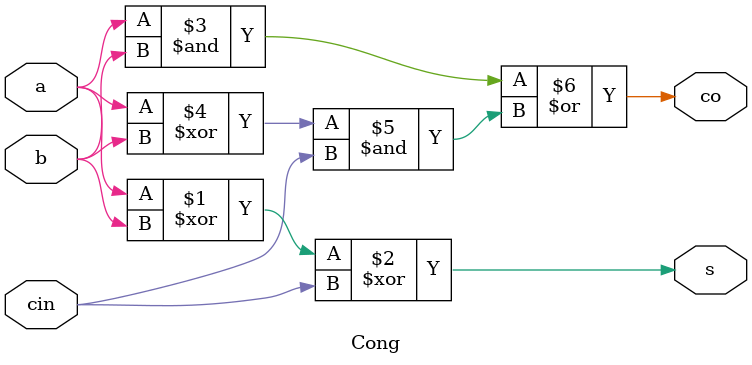
<source format=v>
`timescale 1ns / 1ps


module Cong(
input a,b,cin,
output s,co);
assign s = a^b^cin;
assign co = (a&b)|((a^b)&cin);
endmodule
</source>
